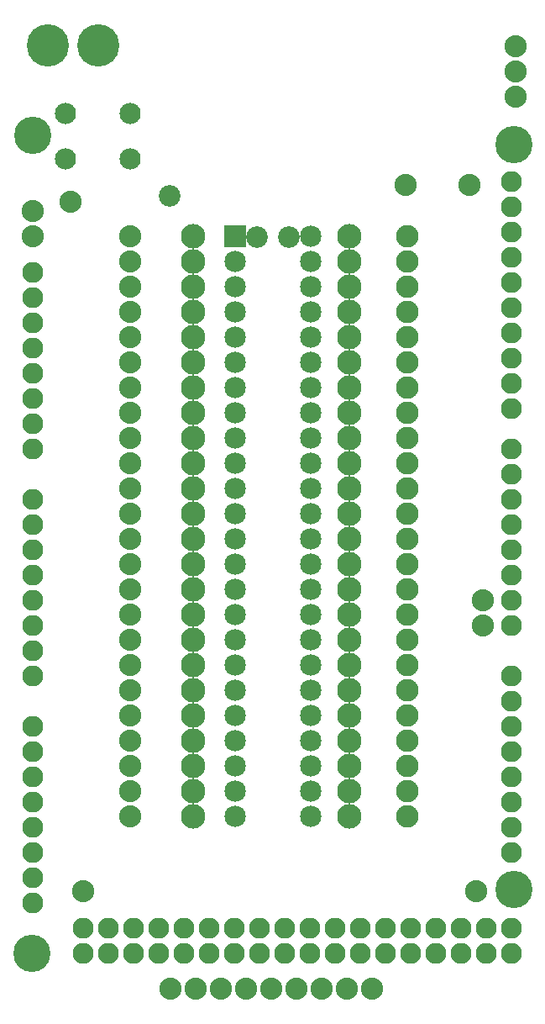
<source format=gbs>
G04 MADE WITH FRITZING*
G04 WWW.FRITZING.ORG*
G04 DOUBLE SIDED*
G04 HOLES PLATED*
G04 CONTOUR ON CENTER OF CONTOUR VECTOR*
%ASAXBY*%
%FSLAX23Y23*%
%MOIN*%
%OFA0B0*%
%SFA1.0B1.0*%
%ADD10C,0.085000*%
%ADD11C,0.082917*%
%ADD12C,0.088000*%
%ADD13C,0.089370*%
%ADD14C,0.097244*%
%ADD15C,0.167480*%
%ADD16C,0.084000*%
%ADD17C,0.085433*%
%ADD18C,0.147795*%
%ADD19R,0.085000X0.085000*%
%LNMASK0*%
G90*
G70*
G54D10*
X906Y3052D03*
X1206Y3052D03*
X906Y2952D03*
X1206Y2952D03*
X906Y2852D03*
X1206Y2852D03*
X906Y2752D03*
X1206Y2752D03*
X906Y2652D03*
X1206Y2652D03*
X906Y2552D03*
X1206Y2552D03*
X906Y2452D03*
X1206Y2452D03*
X906Y2352D03*
X1206Y2352D03*
X906Y2252D03*
X1206Y2252D03*
X906Y2152D03*
X1206Y2152D03*
X906Y2052D03*
X1206Y2052D03*
X906Y1952D03*
X1206Y1952D03*
X906Y1852D03*
X1206Y1852D03*
X906Y1752D03*
X1206Y1752D03*
X906Y1652D03*
X1206Y1652D03*
X906Y1552D03*
X1206Y1552D03*
X906Y1452D03*
X1206Y1452D03*
X906Y1352D03*
X1206Y1352D03*
X906Y1252D03*
X1206Y1252D03*
X906Y1152D03*
X1206Y1152D03*
X906Y1052D03*
X1206Y1052D03*
X906Y952D03*
X1206Y952D03*
X906Y852D03*
X1206Y852D03*
X906Y752D03*
X1206Y752D03*
G54D11*
X103Y1011D03*
X103Y2611D03*
X103Y911D03*
X103Y811D03*
X103Y711D03*
X103Y611D03*
X1503Y311D03*
X103Y511D03*
X103Y411D03*
X2003Y2571D03*
X103Y2011D03*
X103Y1911D03*
X103Y1811D03*
X103Y1711D03*
X703Y311D03*
X103Y1611D03*
X103Y1511D03*
X103Y1411D03*
X103Y1311D03*
X2003Y1811D03*
X1903Y311D03*
X1103Y311D03*
X303Y311D03*
X2003Y2971D03*
X103Y2211D03*
X2003Y2211D03*
X1703Y311D03*
X1303Y311D03*
X903Y311D03*
X2003Y611D03*
X503Y311D03*
X2003Y711D03*
X2003Y811D03*
X2003Y911D03*
X2003Y1011D03*
X2003Y1111D03*
X2003Y1211D03*
X2003Y1311D03*
X2003Y3171D03*
X2003Y2771D03*
X2003Y2371D03*
X103Y2811D03*
X103Y2411D03*
X2003Y1611D03*
X2003Y2011D03*
X2003Y311D03*
X1803Y311D03*
X1603Y311D03*
X1403Y311D03*
X1203Y311D03*
X1003Y311D03*
X803Y311D03*
X603Y311D03*
X403Y311D03*
X2003Y3271D03*
X2003Y3071D03*
X2003Y2871D03*
X2003Y2671D03*
X2003Y2471D03*
X103Y2911D03*
X103Y2711D03*
X103Y2511D03*
X103Y2311D03*
X2003Y1511D03*
X2003Y1711D03*
X2003Y1911D03*
X2003Y2111D03*
X2003Y211D03*
X1903Y211D03*
X1803Y211D03*
X1703Y211D03*
X1603Y211D03*
X1503Y211D03*
X1403Y211D03*
X1303Y211D03*
X1203Y211D03*
X1103Y211D03*
X1003Y211D03*
X903Y211D03*
X803Y211D03*
X703Y211D03*
X603Y211D03*
X503Y211D03*
X403Y211D03*
X303Y211D03*
X103Y1111D03*
G54D12*
X489Y3053D03*
X489Y2953D03*
X489Y2853D03*
X489Y2753D03*
X489Y2653D03*
X489Y2553D03*
X489Y2453D03*
X489Y2353D03*
X489Y2253D03*
X489Y2153D03*
X489Y2053D03*
X489Y1953D03*
X489Y1853D03*
X489Y1753D03*
X489Y1653D03*
X489Y1553D03*
X489Y1453D03*
X489Y1353D03*
X489Y1253D03*
X489Y1153D03*
X489Y1053D03*
X489Y953D03*
X489Y853D03*
X489Y753D03*
G54D13*
X1591Y3053D03*
X1591Y2953D03*
X1591Y2853D03*
X1591Y2753D03*
X1591Y2653D03*
X1591Y2553D03*
X1591Y2453D03*
X1591Y2353D03*
X1591Y2253D03*
X1591Y2153D03*
X1591Y2053D03*
X1591Y1953D03*
X1591Y1853D03*
X1591Y1753D03*
X1591Y1653D03*
X1591Y1553D03*
X1591Y1453D03*
X1591Y1353D03*
X1591Y1253D03*
X1591Y1153D03*
X1591Y1053D03*
X1591Y953D03*
X1591Y853D03*
X1591Y753D03*
G54D14*
X741Y3054D03*
X741Y2954D03*
X741Y2854D03*
X741Y2754D03*
X741Y2654D03*
X741Y2554D03*
X741Y2454D03*
X741Y2354D03*
X741Y2254D03*
X741Y2154D03*
X741Y2054D03*
X741Y1954D03*
X741Y1854D03*
X741Y1754D03*
X741Y1654D03*
X741Y1554D03*
X741Y1454D03*
X741Y1354D03*
X741Y1254D03*
X741Y1154D03*
X741Y1054D03*
X741Y954D03*
X741Y854D03*
X741Y754D03*
X1359Y3054D03*
X1359Y2954D03*
X1359Y2854D03*
X1359Y2754D03*
X1359Y2654D03*
X1359Y2554D03*
X1359Y2454D03*
X1359Y2354D03*
X1359Y2254D03*
X1359Y2154D03*
X1359Y2054D03*
X1359Y1954D03*
X1359Y1854D03*
X1359Y1754D03*
X1359Y1654D03*
X1359Y1554D03*
X1359Y1454D03*
X1359Y1354D03*
X1359Y1254D03*
X1359Y1154D03*
X1359Y1054D03*
X1359Y954D03*
X1359Y854D03*
X1359Y754D03*
G54D12*
X1863Y457D03*
X304Y458D03*
X1836Y3256D03*
X253Y3189D03*
G54D15*
X162Y3811D03*
X363Y3811D03*
G54D12*
X1891Y1610D03*
X1891Y1510D03*
X1450Y71D03*
X1350Y71D03*
X1250Y71D03*
X1150Y71D03*
X1050Y71D03*
X950Y71D03*
X850Y71D03*
X750Y71D03*
X650Y71D03*
X103Y3153D03*
X103Y3053D03*
X2021Y3807D03*
X2021Y3707D03*
X2021Y3607D03*
G54D16*
X233Y3539D03*
X489Y3539D03*
X233Y3361D03*
X489Y3361D03*
G54D12*
X1584Y3256D03*
G54D17*
X648Y3212D03*
X1119Y3051D03*
G54D18*
X2013Y464D03*
X99Y209D03*
X2013Y3417D03*
X103Y3453D03*
G54D17*
X993Y3051D03*
G54D19*
X906Y3052D03*
G04 End of Mask0*
M02*
</source>
